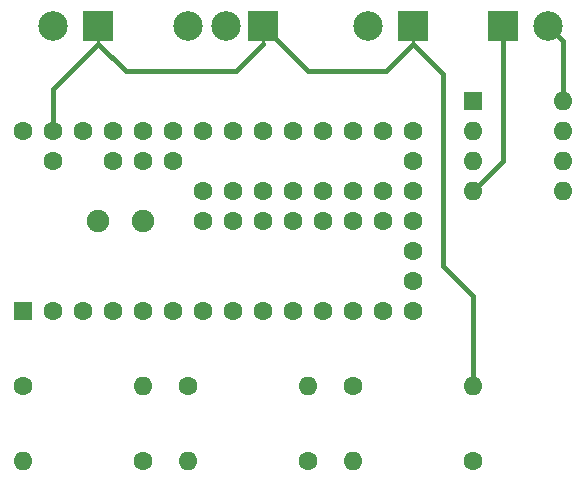
<source format=gbl>
G04 #@! TF.GenerationSoftware,KiCad,Pcbnew,5.0.2-bee76a0~70~ubuntu18.04.1*
G04 #@! TF.CreationDate,2019-03-27T10:37:12-04:00*
G04 #@! TF.ProjectId,DAC,4441432e-6b69-4636-9164-5f7063625858,rev?*
G04 #@! TF.SameCoordinates,Original*
G04 #@! TF.FileFunction,Copper,L2,Bot*
G04 #@! TF.FilePolarity,Positive*
%FSLAX46Y46*%
G04 Gerber Fmt 4.6, Leading zero omitted, Abs format (unit mm)*
G04 Created by KiCad (PCBNEW 5.0.2-bee76a0~70~ubuntu18.04.1) date Wed 27 Mar 2019 10:37:12 AM EDT*
%MOMM*%
%LPD*%
G01*
G04 APERTURE LIST*
G04 #@! TA.AperFunction,ComponentPad*
%ADD10C,1.600000*%
G04 #@! TD*
G04 #@! TA.AperFunction,ComponentPad*
%ADD11R,1.600000X1.600000*%
G04 #@! TD*
G04 #@! TA.AperFunction,ComponentPad*
%ADD12C,1.900000*%
G04 #@! TD*
G04 #@! TA.AperFunction,ComponentPad*
%ADD13O,1.600000X1.600000*%
G04 #@! TD*
G04 #@! TA.AperFunction,ComponentPad*
%ADD14R,2.499360X2.499360*%
G04 #@! TD*
G04 #@! TA.AperFunction,ComponentPad*
%ADD15C,2.499360*%
G04 #@! TD*
G04 #@! TA.AperFunction,Conductor*
%ADD16C,0.250000*%
G04 #@! TD*
G04 #@! TA.AperFunction,Conductor*
%ADD17C,0.400000*%
G04 #@! TD*
G04 APERTURE END LIST*
D10*
G04 #@! TO.P,U2,17*
G04 #@! TO.N,Net-(U2-Pad17)*
X49530000Y-35560000D03*
G04 #@! TO.P,U2,18*
G04 #@! TO.N,Net-(U2-Pad18)*
X49530000Y-33020000D03*
G04 #@! TO.P,U2,19*
G04 #@! TO.N,NOTE*
X49530000Y-30480000D03*
G04 #@! TO.P,U2,20*
G04 #@! TO.N,Net-(U2-Pad20)*
X49530000Y-27940000D03*
G04 #@! TO.P,U2,16*
G04 #@! TO.N,Net-(U2-Pad16)*
X49530000Y-38100000D03*
G04 #@! TO.P,U2,15*
G04 #@! TO.N,Net-(U2-Pad15)*
X49530000Y-40640000D03*
G04 #@! TO.P,U2,14*
G04 #@! TO.N,Net-(U2-Pad14)*
X49530000Y-43180000D03*
G04 #@! TO.P,U2,21*
G04 #@! TO.N,Net-(U2-Pad21)*
X46990000Y-27940000D03*
G04 #@! TO.P,U2,22*
G04 #@! TO.N,Net-(U2-Pad22)*
X44450000Y-27940000D03*
G04 #@! TO.P,U2,23*
G04 #@! TO.N,Net-(U2-Pad23)*
X41910000Y-27940000D03*
G04 #@! TO.P,U2,24*
G04 #@! TO.N,Net-(U2-Pad24)*
X39370000Y-27940000D03*
G04 #@! TO.P,U2,25*
G04 #@! TO.N,Net-(U2-Pad25)*
X36830000Y-27940000D03*
G04 #@! TO.P,U2,26*
G04 #@! TO.N,Net-(U2-Pad26)*
X34290000Y-27940000D03*
G04 #@! TO.P,U2,27*
G04 #@! TO.N,Net-(U2-Pad27)*
X31750000Y-27940000D03*
G04 #@! TO.P,U2,28*
G04 #@! TO.N,Net-(U2-Pad28)*
X29210000Y-27940000D03*
G04 #@! TO.P,U2,29*
G04 #@! TO.N,GLIDE_IN*
X26670000Y-27940000D03*
G04 #@! TO.P,U2,30*
G04 #@! TO.N,Net-(U2-Pad30)*
X24130000Y-27940000D03*
G04 #@! TO.P,U2,31*
G04 #@! TO.N,3.3V*
X21590000Y-27940000D03*
G04 #@! TO.P,U2,32*
G04 #@! TO.N,GND*
X19050000Y-27940000D03*
G04 #@! TO.P,U2,33*
G04 #@! TO.N,Net-(J4-Pad2)*
X16510000Y-27940000D03*
G04 #@! TO.P,U2,34*
G04 #@! TO.N,Net-(U2-Pad34)*
X19050000Y-30480000D03*
G04 #@! TO.P,U2,35*
G04 #@! TO.N,Net-(U2-Pad35)*
X24130000Y-30480000D03*
G04 #@! TO.P,U2,36*
G04 #@! TO.N,Net-(U2-Pad36)*
X26670000Y-30480000D03*
G04 #@! TO.P,U2,37*
G04 #@! TO.N,Net-(U2-Pad37)*
X29210000Y-30480000D03*
G04 #@! TO.P,U2,13*
G04 #@! TO.N,Net-(U2-Pad13)*
X46990000Y-43180000D03*
G04 #@! TO.P,U2,12*
G04 #@! TO.N,Net-(U2-Pad12)*
X44450000Y-43180000D03*
G04 #@! TO.P,U2,11*
G04 #@! TO.N,Net-(U2-Pad11)*
X41910000Y-43180000D03*
G04 #@! TO.P,U2,10*
G04 #@! TO.N,Net-(U2-Pad10)*
X39370000Y-43180000D03*
G04 #@! TO.P,U2,9*
G04 #@! TO.N,Net-(U2-Pad9)*
X36830000Y-43180000D03*
G04 #@! TO.P,U2,8*
G04 #@! TO.N,Net-(U2-Pad8)*
X34290000Y-43180000D03*
G04 #@! TO.P,U2,7*
G04 #@! TO.N,Net-(U2-Pad7)*
X31750000Y-43180000D03*
G04 #@! TO.P,U2,6*
G04 #@! TO.N,Net-(U2-Pad6)*
X29210000Y-43180000D03*
G04 #@! TO.P,U2,5*
G04 #@! TO.N,Net-(U2-Pad5)*
X26670000Y-43180000D03*
G04 #@! TO.P,U2,4*
G04 #@! TO.N,Net-(U2-Pad4)*
X24130000Y-43180000D03*
G04 #@! TO.P,U2,3*
G04 #@! TO.N,Net-(U2-Pad3)*
X21590000Y-43180000D03*
G04 #@! TO.P,U2,2*
G04 #@! TO.N,Net-(U2-Pad2)*
X19050000Y-43180000D03*
D11*
G04 #@! TO.P,U2,1*
G04 #@! TO.N,Net-(U2-Pad1)*
X16510000Y-43180000D03*
D10*
G04 #@! TO.P,U2,38*
G04 #@! TO.N,Net-(U2-Pad38)*
X31750000Y-35560000D03*
G04 #@! TO.P,U2,39*
G04 #@! TO.N,Net-(U2-Pad39)*
X34290000Y-35560000D03*
G04 #@! TO.P,U2,40*
G04 #@! TO.N,Net-(U2-Pad40)*
X36830000Y-35560000D03*
G04 #@! TO.P,U2,41*
G04 #@! TO.N,Net-(U2-Pad41)*
X39370000Y-35560000D03*
G04 #@! TO.P,U2,42*
G04 #@! TO.N,Net-(U2-Pad42)*
X41910000Y-35560000D03*
G04 #@! TO.P,U2,43*
G04 #@! TO.N,Net-(U2-Pad43)*
X44450000Y-35560000D03*
G04 #@! TO.P,U2,44*
G04 #@! TO.N,Net-(U2-Pad44)*
X46990000Y-35560000D03*
G04 #@! TO.P,U2,45*
G04 #@! TO.N,Net-(U2-Pad45)*
X46990000Y-33020000D03*
G04 #@! TO.P,U2,46*
G04 #@! TO.N,Net-(U2-Pad46)*
X44450000Y-33020000D03*
G04 #@! TO.P,U2,47*
G04 #@! TO.N,Net-(U2-Pad47)*
X41910000Y-33020000D03*
G04 #@! TO.P,U2,48*
G04 #@! TO.N,Net-(U2-Pad48)*
X39370000Y-33020000D03*
G04 #@! TO.P,U2,49*
G04 #@! TO.N,Net-(U2-Pad49)*
X36830000Y-33020000D03*
G04 #@! TO.P,U2,50*
G04 #@! TO.N,Net-(U2-Pad50)*
X34290000Y-33020000D03*
G04 #@! TO.P,U2,51*
G04 #@! TO.N,Net-(U2-Pad51)*
X31750000Y-33020000D03*
D12*
G04 #@! TO.P,U2,52*
G04 #@! TO.N,Net-(U2-Pad52)*
X26670000Y-35560000D03*
X22860000Y-35560000D03*
G04 #@! TD*
D10*
G04 #@! TO.P,R1,1*
G04 #@! TO.N,Net-(R1-Pad1)*
X16510000Y-49530000D03*
D13*
G04 #@! TO.P,R1,2*
G04 #@! TO.N,Net-(R1-Pad2)*
X26670000Y-49530000D03*
G04 #@! TD*
D14*
G04 #@! TO.P,J1,1*
G04 #@! TO.N,GND*
X36830000Y-19050000D03*
D15*
G04 #@! TO.P,J1,2*
G04 #@! TO.N,GLIDE_IN*
X33655000Y-19050000D03*
G04 #@! TO.P,J1,3*
G04 #@! TO.N,3.3V*
X30480000Y-19050000D03*
G04 #@! TD*
D14*
G04 #@! TO.P,J2,1*
G04 #@! TO.N,GND*
X49530000Y-19050000D03*
D15*
G04 #@! TO.P,J2,2*
G04 #@! TO.N,Net-(J2-Pad2)*
X45720000Y-19050000D03*
G04 #@! TD*
G04 #@! TO.P,J3,2*
G04 #@! TO.N,Net-(J3-Pad2)*
X60960000Y-19050000D03*
D14*
G04 #@! TO.P,J3,1*
G04 #@! TO.N,Net-(J3-Pad1)*
X57150000Y-19050000D03*
G04 #@! TD*
G04 #@! TO.P,J4,1*
G04 #@! TO.N,GND*
X22860000Y-19050000D03*
D15*
G04 #@! TO.P,J4,2*
G04 #@! TO.N,Net-(J4-Pad2)*
X19050000Y-19050000D03*
G04 #@! TD*
D13*
G04 #@! TO.P,R2,2*
G04 #@! TO.N,Net-(R2-Pad2)*
X40640000Y-49530000D03*
D10*
G04 #@! TO.P,R2,1*
G04 #@! TO.N,Net-(R1-Pad2)*
X30480000Y-49530000D03*
G04 #@! TD*
G04 #@! TO.P,R3,1*
G04 #@! TO.N,Net-(R2-Pad2)*
X44450000Y-49530000D03*
D13*
G04 #@! TO.P,R3,2*
G04 #@! TO.N,GND*
X54610000Y-49530000D03*
G04 #@! TD*
G04 #@! TO.P,R4,2*
G04 #@! TO.N,Net-(R1-Pad1)*
X16510000Y-55880000D03*
D10*
G04 #@! TO.P,R4,1*
G04 #@! TO.N,Net-(R4-Pad1)*
X26670000Y-55880000D03*
G04 #@! TD*
G04 #@! TO.P,R5,1*
G04 #@! TO.N,Net-(R5-Pad1)*
X40640000Y-55880000D03*
D13*
G04 #@! TO.P,R5,2*
G04 #@! TO.N,Net-(R4-Pad1)*
X30480000Y-55880000D03*
G04 #@! TD*
G04 #@! TO.P,R6,2*
G04 #@! TO.N,Net-(R5-Pad1)*
X44450000Y-55880000D03*
D10*
G04 #@! TO.P,R6,1*
G04 #@! TO.N,Net-(J2-Pad2)*
X54610000Y-55880000D03*
G04 #@! TD*
D11*
G04 #@! TO.P,U1,1*
G04 #@! TO.N,Net-(J2-Pad2)*
X54610000Y-25400000D03*
D13*
G04 #@! TO.P,U1,5*
G04 #@! TO.N,N/C*
X62230000Y-33020000D03*
G04 #@! TO.P,U1,2*
G04 #@! TO.N,Net-(R1-Pad1)*
X54610000Y-27940000D03*
G04 #@! TO.P,U1,6*
G04 #@! TO.N,N/C*
X62230000Y-30480000D03*
G04 #@! TO.P,U1,3*
G04 #@! TO.N,NOTE*
X54610000Y-30480000D03*
G04 #@! TO.P,U1,7*
G04 #@! TO.N,N/C*
X62230000Y-27940000D03*
G04 #@! TO.P,U1,4*
G04 #@! TO.N,Net-(J3-Pad1)*
X54610000Y-33020000D03*
G04 #@! TO.P,U1,8*
G04 #@! TO.N,Net-(J3-Pad2)*
X62230000Y-25400000D03*
G04 #@! TD*
D16*
G04 #@! TO.N,GND*
X36830000Y-20549680D02*
X36830000Y-19050000D01*
D17*
X34519680Y-22860000D02*
X36830000Y-20549680D01*
X22860000Y-20549680D02*
X25170320Y-22860000D01*
X25170320Y-22860000D02*
X34519680Y-22860000D01*
D16*
X22860000Y-19050000D02*
X22860000Y-20549680D01*
X49530000Y-20549680D02*
X49530000Y-19050000D01*
D17*
X52070000Y-23089680D02*
X49530000Y-20549680D01*
X52070000Y-39370000D02*
X52070000Y-23089680D01*
X54610000Y-41910000D02*
X52070000Y-39370000D01*
X54610000Y-49530000D02*
X54610000Y-41910000D01*
X49530000Y-20549680D02*
X47219680Y-22860000D01*
X47219680Y-22860000D02*
X40640000Y-22860000D01*
X40640000Y-22860000D02*
X36830000Y-19050000D01*
X19050000Y-24359680D02*
X19050000Y-27940000D01*
X22860000Y-20549680D02*
X19050000Y-24359680D01*
G04 #@! TO.N,Net-(J3-Pad2)*
X62230000Y-20320000D02*
X60960000Y-19050000D01*
X62230000Y-25400000D02*
X62230000Y-20320000D01*
G04 #@! TO.N,Net-(J3-Pad1)*
X57150000Y-30480000D02*
X54610000Y-33020000D01*
X57150000Y-19050000D02*
X57150000Y-30480000D01*
G04 #@! TD*
M02*

</source>
